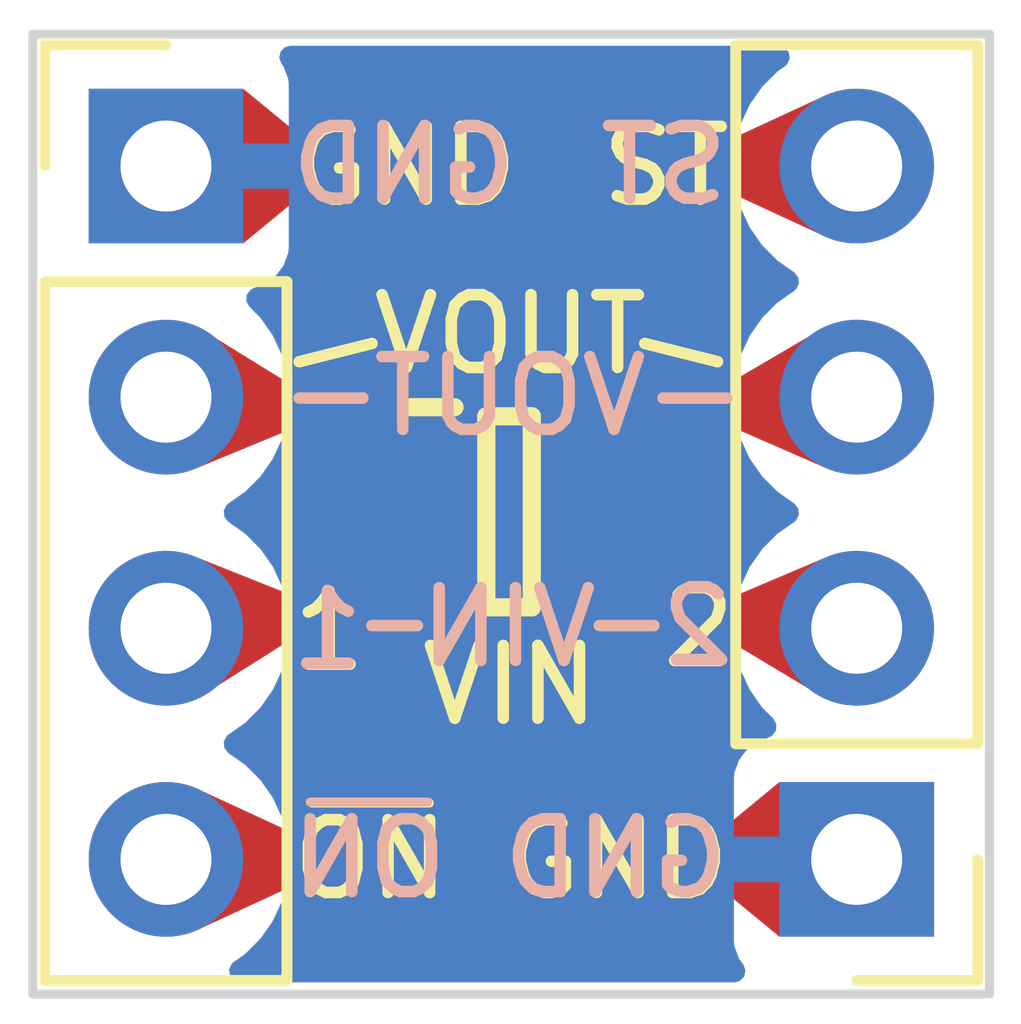
<source format=kicad_pcb>
(kicad_pcb (version 20221018) (generator pcbnew)
  (layers (0 "F.Cu" signal) (31 "B.Cu" signal) (34 "B.Paste" user) (35 "F.Paste" user) (36 "B.SilkS" user "B.Silkscreen") (37 "F.SilkS" user "F.Silkscreen") (38 "B.Mask" user) (39 "F.Mask" user) (44 "Edge.Cuts" user))
  (net 0 "")
  (net 1 "/GND")
  (net 2 "/VOUT")
  (net 3 "/VIN1")
  (net 4 "/ON")
  (net 5 "/VIN2")
  (net 6 "/ST")
  (footprint "Hubtech_Custom:SOTFL50P160X60-8N" (layer "F.Cu") (at 134.6075 120.65)
    (fp_text reference "IC1" hide)
    (fp_text value "LM66200DRLR" hide)
    (fp_line (start -1.075 -1.15) (end -0.6 -1.15) (stroke (width 0.2)) (layer "F.SilkS"))
    (fp_line (start -0.25 -1.05) (end 0.25 -1.05) (stroke (width 0.2)) (layer "F.SilkS"))
    (fp_line (start -0.25 1.05) (end -0.25 -1.05) (stroke (width 0.2)) (layer "F.SilkS"))
    (fp_line (start 0.25 -1.05) (end 0.25 1.05) (stroke (width 0.2)) (layer "F.SilkS"))
    (fp_line (start 0.25 1.05) (end -0.25 1.05) (stroke (width 0.2)) (layer "F.SilkS"))
    (pad "1" smd rect locked (at -0.838 -0.75 90) (size 0.3 0.475) (layers "F.Cu" "F.Paste" "F.Mask") (net 1 "/GND"))
    (pad "2" smd rect locked (at -0.838 -0.25 90) (size 0.3 0.475) (layers "F.Cu" "F.Paste" "F.Mask") (net 2 "/VOUT"))
    (pad "3" smd rect locked (at -0.838 0.25 90) (size 0.3 0.475) (layers "F.Cu" "F.Paste" "F.Mask") (net 3 "/VIN1"))
    (pad "4" smd rect locked (at -0.838 0.75 90) (size 0.3 0.475) (layers "F.Cu" "F.Paste" "F.Mask") (net 4 "/ON"))
    (pad "5" smd rect locked (at 0.838 0.75 90) (size 0.3 0.475) (layers "F.Cu" "F.Paste" "F.Mask") (net 1 "/GND"))
    (pad "6" smd rect locked (at 0.838 0.25 90) (size 0.3 0.475) (layers "F.Cu" "F.Paste" "F.Mask") (net 5 "/VIN2"))
    (pad "7" smd rect locked (at 0.838 -0.25 90) (size 0.3 0.475) (layers "F.Cu" "F.Paste" "F.Mask") (net 2 "/VOUT"))
    (pad "8" smd rect locked (at 0.838 -0.75 90) (size 0.3 0.475) (layers "F.Cu" "F.Paste" "F.Mask") (net 6 "/ST"))
  )
  (footprint "Connector_PinHeader_2.54mm:PinHeader_1x04_P2.54mm_Vertical" (layer "F.Cu") (at 130.835 116.85)
    (fp_text reference "J1" hide)
    (fp_text value "Conn_01x04_Pin" hide)
    (fp_line (start -1.33 -1.33) (end 0 -1.33) (stroke (width 0.12)) (layer "F.SilkS"))
    (fp_line (start -1.33 0) (end -1.33 -1.33) (stroke (width 0.12)) (layer "F.SilkS"))
    (fp_line (start -1.33 1.27) (end -1.33 8.95) (stroke (width 0.12)) (layer "F.SilkS"))
    (fp_line (start -1.33 1.27) (end 1.33 1.27) (stroke (width 0.12)) (layer "F.SilkS"))
    (fp_line (start -1.33 8.95) (end 1.33 8.95) (stroke (width 0.12)) (layer "F.SilkS"))
    (fp_line (start 1.33 1.27) (end 1.33 8.95) (stroke (width 0.12)) (layer "F.SilkS"))
    (pad "1" thru_hole rect locked (at 0 0) (size 1.7 1.7) (drill 1) (layers "*.Cu" "*.Mask") (net 1 "/GND"))
    (pad "2" thru_hole oval locked (at 0 2.54) (size 1.7 1.7) (drill 1) (layers "*.Cu" "*.Mask") (net 2 "/VOUT"))
    (pad "3" thru_hole oval locked (at 0 5.08) (size 1.7 1.7) (drill 1) (layers "*.Cu" "*.Mask") (net 3 "/VIN1"))
    (pad "4" thru_hole oval locked (at 0 7.62) (size 1.7 1.7) (drill 1) (layers "*.Cu" "*.Mask") (net 4 "/ON"))
  )
  (footprint "Connector_PinHeader_2.54mm:PinHeader_1x04_P2.54mm_Vertical" (layer "F.Cu") (at 138.43 124.47 180)
    (fp_text reference "J2" hide)
    (fp_text value "Conn_01x04_Pin" hide)
    (fp_line (start -1.33 -1.33) (end 0 -1.33) (stroke (width 0.12)) (layer "F.SilkS"))
    (fp_line (start -1.33 0) (end -1.33 -1.33) (stroke (width 0.12)) (layer "F.SilkS"))
    (fp_line (start -1.33 1.27) (end -1.33 8.95) (stroke (width 0.12)) (layer "F.SilkS"))
    (fp_line (start -1.33 1.27) (end 1.33 1.27) (stroke (width 0.12)) (layer "F.SilkS"))
    (fp_line (start -1.33 8.95) (end 1.33 8.95) (stroke (width 0.12)) (layer "F.SilkS"))
    (fp_line (start 1.33 1.27) (end 1.33 8.95) (stroke (width 0.12)) (layer "F.SilkS"))
    (pad "1" thru_hole rect locked (at 0 0 180) (size 1.7 1.7) (drill 1) (layers "*.Cu" "*.Mask") (net 1 "/GND"))
    (pad "2" thru_hole oval locked (at 0 2.54 180) (size 1.7 1.7) (drill 1) (layers "*.Cu" "*.Mask") (net 5 "/VIN2"))
    (pad "3" thru_hole oval locked (at 0 5.08 180) (size 1.7 1.7) (drill 1) (layers "*.Cu" "*.Mask") (net 2 "/VOUT"))
    (pad "4" thru_hole oval locked (at 0 7.62 180) (size 1.7 1.7) (drill 1) (layers "*.Cu" "*.Mask") (net 6 "/ST"))
  )
  (gr_line locked (start 133 119.4) (end 132.3 119.4) (stroke (width 0.127)) (layer "B.SilkS"))
  (gr_line locked (start 133.6 121.9) (end 133.1 121.9) (stroke (width 0.127)) (layer "B.SilkS"))
  (gr_line locked (start 136.2 121.9) (end 135.6 121.9) (stroke (width 0.127)) (layer "B.SilkS"))
  (gr_line locked (start 132.422 123.84) (end 133.712 123.84) (stroke (width 0.1)) (layer "B.SilkS"))
  (gr_line locked (start 137 119.4) (end 136.3 119.4) (stroke (width 0.127)) (layer "B.SilkS"))
  (gr_line locked (start 133.73 123.85) (end 132.44 123.85) (stroke (width 0.1)) (layer "F.SilkS"))
  (gr_line locked (start 132.3 119) (end 133.1 118.8) (stroke (width 0.127)) (layer "F.SilkS"))
  (gr_line locked (start 136.1 118.8) (end 136.9 119) (stroke (width 0.127)) (layer "F.SilkS"))
  (gr_rect locked (start 129.37 115.4) (end 139.89 125.95) (stroke (width 0.1)) (fill none) (layer "Edge.Cuts"))
  (gr_text locked "2" (at 137.142 121.91) (layer "B.SilkS") (effects (font (size 0.8 0.8) (thickness 0.127)) (justify left mirror)))
  (gr_text locked "ON" (at 132.147 124.46) (layer "B.SilkS") (effects (font (size 0.8 0.8) (thickness 0.127)) (justify right mirror)))
  (gr_text locked "VOUT" (at 134.62 119.38) (layer "B.SilkS") (effects (font (size 0.8 0.8) (thickness 0.127)) (justify mirror)))
  (gr_text locked "1" (at 132.147 121.95) (layer "B.SilkS") (effects (font (size 0.8 0.8) (thickness 0.127)) (justify right mirror)))
  (gr_text locked "GND" (at 132.147 116.84) (layer "B.SilkS") (effects (font (size 0.8 0.8) (thickness 0.127)) (justify right mirror)))
  (gr_text locked "ST" (at 137.082 116.84) (layer "B.SilkS") (effects (font (size 0.8 0.8) (thickness 0.127)) (justify left mirror)))
  (gr_text locked "GND" (at 137.082 124.46) (layer "B.SilkS") (effects (font (size 0.8 0.8) (thickness 0.127)) (justify left mirror)))
  (gr_text locked "VIN" (at 134.602 121.92) (layer "B.SilkS") (effects (font (size 0.8 0.8) (thickness 0.127)) (justify mirror)))
  (gr_text locked "VIN" (at 134.62 122.555) (layer "F.SilkS") (effects (font (size 0.8 0.8) (thickness 0.127))))
  (gr_text locked "VOUT" (at 134.62 118.7) (layer "F.SilkS") (effects (font (size 0.8 0.8) (thickness 0.127))))
  (gr_text locked "GND" (at 132.165 116.85) (layer "F.SilkS") (effects (font (size 0.8 0.8) (thickness 0.127)) (justify left)))
  (gr_text locked "ST" (at 137.1 116.85) (layer "F.SilkS") (effects (font (size 0.8 0.8) (thickness 0.127)) (justify right)))
  (gr_text locked "GND" (at 137.1 124.47) (layer "F.SilkS") (effects (font (size 0.8 0.8) (thickness 0.127)) (justify right)))
  (gr_text locked "ON" (at 132.165 124.47) (layer "F.SilkS") (effects (font (size 0.8 0.8) (thickness 0.127)) (justify left)))
  (gr_text locked "2" (at 137.16 121.92) (layer "F.SilkS") (effects (font (size 0.8 0.8) (thickness 0.127)) (justify right)))
  (gr_text locked "1" (at 132.165 121.96) (layer "F.SilkS") (effects (font (size 0.8 0.8) (thickness 0.127)) (justify left)))
  (segment locked (start 136.67 124.47) (end 135.4455 123.2455) (width 0.3) (layer "F.Cu") (net 1))
  (segment locked (start 135.4455 123.2455) (end 135.4455 121.4) (width 0.3) (layer "F.Cu") (net 1))
  (segment locked (start 130.835 116.85) (end 132.65 116.85) (width 0.3) (layer "F.Cu") (net 1))
  (segment locked (start 132.65 116.85) (end 133.7695 117.9695) (width 0.3) (layer "F.Cu") (net 1))
  (segment locked (start 133.7695 117.9695) (end 133.7695 119.9) (width 0.3) (layer "F.Cu") (net 1))
  (segment locked (start 138.43 124.47) (end 136.67 124.47) (width 0.3) (layer "F.Cu") (net 1))
  (segment locked (start 135.933 120.4) (end 135.4455 120.4) (width 0.3) (layer "F.Cu") (net 2))
  (segment locked (start 138.42 119.4) (end 136.933 119.4) (width 0.3) (layer "F.Cu") (net 2))
  (segment locked (start 133.282 120.4) (end 133.7695 120.4) (width 0.3) (layer "F.Cu") (net 2))
  (segment locked (start 130.835 119.39) (end 130.845 119.4) (width 0.3) (layer "F.Cu") (net 2))
  (segment locked (start 136.933 119.4) (end 135.933 120.4) (width 0.3) (layer "F.Cu") (net 2))
  (segment locked (start 130.845 119.4) (end 132.282 119.4) (width 0.3) (layer "F.Cu") (net 2))
  (segment locked (start 138.43 119.39) (end 138.42 119.4) (width 0.3) (layer "F.Cu") (net 2))
  (segment locked (start 135.4455 120.4) (end 133.7695 120.4) (width 0.3) (layer "F.Cu") (net 2))
  (segment locked (start 132.282 119.4) (end 133.282 120.4) (width 0.3) (layer "F.Cu") (net 2))
  (segment locked (start 132.282 121.9) (end 133.282 120.9) (width 0.3) (layer "F.Cu") (net 3))
  (segment locked (start 130.865 121.9) (end 132.282 121.9) (width 0.3) (layer "F.Cu") (net 3))
  (segment locked (start 130.835 121.93) (end 130.865 121.9) (width 0.3) (layer "F.Cu") (net 3))
  (segment locked (start 133.282 120.9) (end 133.7695 120.9) (width 0.3) (layer "F.Cu") (net 3))
  (segment locked (start 130.835 124.47) (end 132.73 124.47) (width 0.3) (layer "F.Cu") (net 4))
  (segment locked (start 133.7695 123.4305) (end 133.7695 121.4) (width 0.3) (layer "F.Cu") (net 4))
  (segment locked (start 132.73 124.47) (end 133.7695 123.4305) (width 0.3) (layer "F.Cu") (net 4))
  (segment locked (start 136.933 121.9) (end 135.933 120.9) (width 0.3) (layer "F.Cu") (net 5))
  (segment locked (start 138.4 121.9) (end 136.933 121.9) (width 0.3) (layer "F.Cu") (net 5))
  (segment locked (start 135.933 120.9) (end 135.4455 120.9) (width 0.3) (layer "F.Cu") (net 5))
  (segment locked (start 138.43 121.93) (end 138.4 121.9) (width 0.3) (layer "F.Cu") (net 5))
  (segment locked (start 136.65 116.85) (end 135.4455 118.0545) (width 0.3) (layer "F.Cu") (net 6))
  (segment locked (start 135.4455 118.0545) (end 135.4455 119.9) (width 0.3) (layer "F.Cu") (net 6))
  (segment locked (start 138.43 116.85) (end 136.65 116.85) (width 0.3) (layer "F.Cu") (net 6))
  (zone locked (net 1) (net_name "/GND") (layer "B.Cu") (connect_pads (clearance 0.5)) (min_thickness 0.25) (fill yes (thermal_gap 0.5) (thermal_bridge_width 0.5))
    (polygon (pts (xy 129.24 115.3) (xy 140 115.3) (xy 139.9 126.1) (xy 129.24 126.1)))
  )
)
</source>
